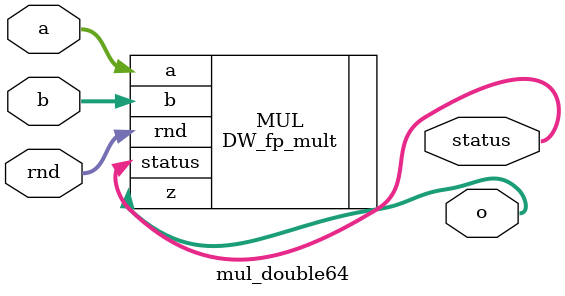
<source format=sv>
/*
 * File: mul_double64.sv
 * Author: Michal Gorywoda
 * Created Date: March 9th 2025
 * 
 * Copyright (c) 2025 Michal Gorywoda, KAIST SEED Lab
 */

`default_nettype none
module mul_double64 #(
   parameter   N_SIG    = 52,
   parameter   N_EXP    = 11,
   parameter   N_DATA   = N_EXP + N_SIG + 1
) (
   input    logic [N_DATA-1:0]   a,
   input    logic [N_DATA-1:0]   b,
   input    logic [2:0]          rnd,
   output   logic [N_DATA-1:0]   o,
   output   logic [7:0]          status
);


DW_fp_mult #
(
   .sig_width(N_SIG), 
   .exp_width(N_EXP), 
   .ieee_compliance(1), 
   .en_ubr_flag(0)
) MUL ( 
   .a(a), 
   .b(b), 
   .rnd(rnd), 
   .z(o), 
   .status(status) 
);
    
endmodule
</source>
